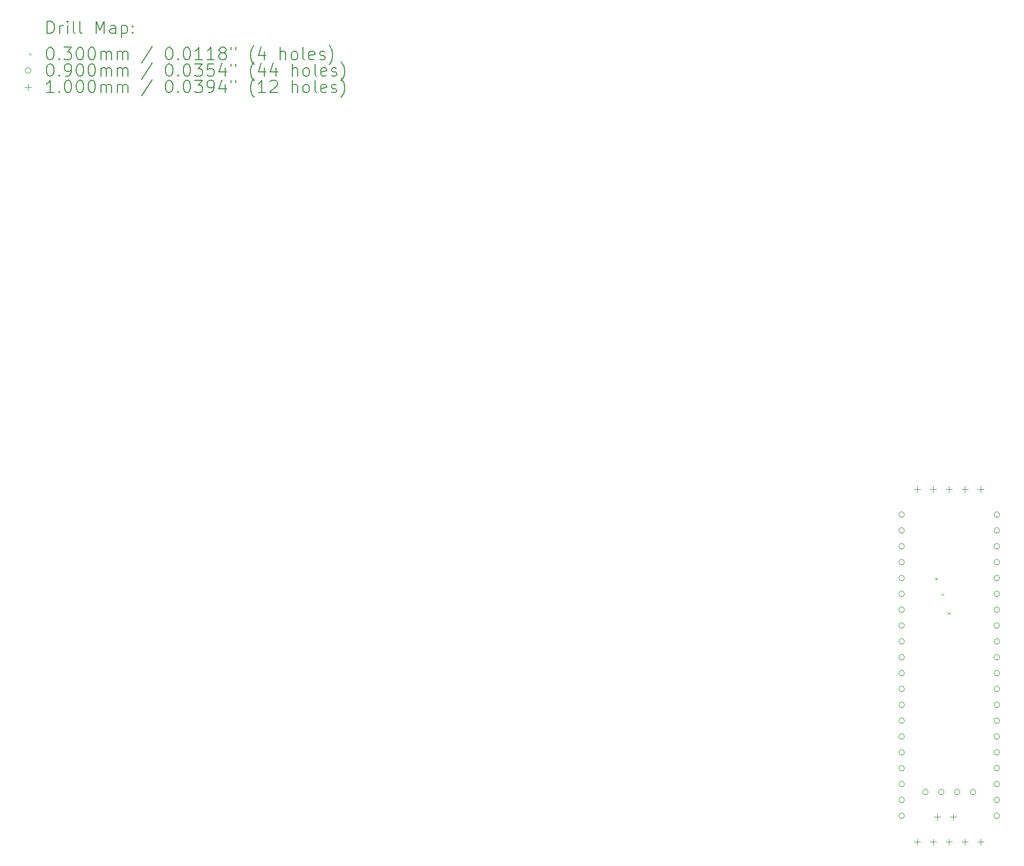
<source format=gbr>
%TF.GenerationSoftware,KiCad,Pcbnew,9.0.2*%
%TF.CreationDate,2025-07-08T19:23:34-03:00*%
%TF.ProjectId,ProlinUp,50726f6c-696e-4557-902e-6b696361645f,rev?*%
%TF.SameCoordinates,Original*%
%TF.FileFunction,Drillmap*%
%TF.FilePolarity,Positive*%
%FSLAX45Y45*%
G04 Gerber Fmt 4.5, Leading zero omitted, Abs format (unit mm)*
G04 Created by KiCad (PCBNEW 9.0.2) date 2025-07-08 19:23:34*
%MOMM*%
%LPD*%
G01*
G04 APERTURE LIST*
%ADD10C,0.200000*%
%ADD11C,0.100000*%
G04 APERTURE END LIST*
D10*
D11*
X14485000Y-9035000D02*
X14515000Y-9065000D01*
X14515000Y-9035000D02*
X14485000Y-9065000D01*
X14585000Y-9285000D02*
X14615000Y-9315000D01*
X14615000Y-9285000D02*
X14585000Y-9315000D01*
X14585000Y-9285000D02*
X14615000Y-9315000D01*
X14615000Y-9285000D02*
X14585000Y-9315000D01*
X14685000Y-9585000D02*
X14715000Y-9615000D01*
X14715000Y-9585000D02*
X14685000Y-9615000D01*
X13988750Y-8020125D02*
G75*
G02*
X13898750Y-8020125I-45000J0D01*
G01*
X13898750Y-8020125D02*
G75*
G02*
X13988750Y-8020125I45000J0D01*
G01*
X13988750Y-8274125D02*
G75*
G02*
X13898750Y-8274125I-45000J0D01*
G01*
X13898750Y-8274125D02*
G75*
G02*
X13988750Y-8274125I45000J0D01*
G01*
X13988750Y-8528125D02*
G75*
G02*
X13898750Y-8528125I-45000J0D01*
G01*
X13898750Y-8528125D02*
G75*
G02*
X13988750Y-8528125I45000J0D01*
G01*
X13988750Y-8782125D02*
G75*
G02*
X13898750Y-8782125I-45000J0D01*
G01*
X13898750Y-8782125D02*
G75*
G02*
X13988750Y-8782125I45000J0D01*
G01*
X13988750Y-9036125D02*
G75*
G02*
X13898750Y-9036125I-45000J0D01*
G01*
X13898750Y-9036125D02*
G75*
G02*
X13988750Y-9036125I45000J0D01*
G01*
X13988750Y-9290125D02*
G75*
G02*
X13898750Y-9290125I-45000J0D01*
G01*
X13898750Y-9290125D02*
G75*
G02*
X13988750Y-9290125I45000J0D01*
G01*
X13988750Y-9544125D02*
G75*
G02*
X13898750Y-9544125I-45000J0D01*
G01*
X13898750Y-9544125D02*
G75*
G02*
X13988750Y-9544125I45000J0D01*
G01*
X13988750Y-9798125D02*
G75*
G02*
X13898750Y-9798125I-45000J0D01*
G01*
X13898750Y-9798125D02*
G75*
G02*
X13988750Y-9798125I45000J0D01*
G01*
X13988750Y-10052125D02*
G75*
G02*
X13898750Y-10052125I-45000J0D01*
G01*
X13898750Y-10052125D02*
G75*
G02*
X13988750Y-10052125I45000J0D01*
G01*
X13988750Y-10306125D02*
G75*
G02*
X13898750Y-10306125I-45000J0D01*
G01*
X13898750Y-10306125D02*
G75*
G02*
X13988750Y-10306125I45000J0D01*
G01*
X13988750Y-10560125D02*
G75*
G02*
X13898750Y-10560125I-45000J0D01*
G01*
X13898750Y-10560125D02*
G75*
G02*
X13988750Y-10560125I45000J0D01*
G01*
X13988750Y-10814125D02*
G75*
G02*
X13898750Y-10814125I-45000J0D01*
G01*
X13898750Y-10814125D02*
G75*
G02*
X13988750Y-10814125I45000J0D01*
G01*
X13988750Y-11068125D02*
G75*
G02*
X13898750Y-11068125I-45000J0D01*
G01*
X13898750Y-11068125D02*
G75*
G02*
X13988750Y-11068125I45000J0D01*
G01*
X13988750Y-11322125D02*
G75*
G02*
X13898750Y-11322125I-45000J0D01*
G01*
X13898750Y-11322125D02*
G75*
G02*
X13988750Y-11322125I45000J0D01*
G01*
X13988750Y-11576125D02*
G75*
G02*
X13898750Y-11576125I-45000J0D01*
G01*
X13898750Y-11576125D02*
G75*
G02*
X13988750Y-11576125I45000J0D01*
G01*
X13988750Y-11830125D02*
G75*
G02*
X13898750Y-11830125I-45000J0D01*
G01*
X13898750Y-11830125D02*
G75*
G02*
X13988750Y-11830125I45000J0D01*
G01*
X13988750Y-12084125D02*
G75*
G02*
X13898750Y-12084125I-45000J0D01*
G01*
X13898750Y-12084125D02*
G75*
G02*
X13988750Y-12084125I45000J0D01*
G01*
X13988750Y-12338125D02*
G75*
G02*
X13898750Y-12338125I-45000J0D01*
G01*
X13898750Y-12338125D02*
G75*
G02*
X13988750Y-12338125I45000J0D01*
G01*
X13988750Y-12592125D02*
G75*
G02*
X13898750Y-12592125I-45000J0D01*
G01*
X13898750Y-12592125D02*
G75*
G02*
X13988750Y-12592125I45000J0D01*
G01*
X13988750Y-12846125D02*
G75*
G02*
X13898750Y-12846125I-45000J0D01*
G01*
X13898750Y-12846125D02*
G75*
G02*
X13988750Y-12846125I45000J0D01*
G01*
X14369750Y-12465125D02*
G75*
G02*
X14279750Y-12465125I-45000J0D01*
G01*
X14279750Y-12465125D02*
G75*
G02*
X14369750Y-12465125I45000J0D01*
G01*
X14623750Y-12465125D02*
G75*
G02*
X14533750Y-12465125I-45000J0D01*
G01*
X14533750Y-12465125D02*
G75*
G02*
X14623750Y-12465125I45000J0D01*
G01*
X14877750Y-12465125D02*
G75*
G02*
X14787750Y-12465125I-45000J0D01*
G01*
X14787750Y-12465125D02*
G75*
G02*
X14877750Y-12465125I45000J0D01*
G01*
X15131750Y-12465125D02*
G75*
G02*
X15041750Y-12465125I-45000J0D01*
G01*
X15041750Y-12465125D02*
G75*
G02*
X15131750Y-12465125I45000J0D01*
G01*
X15512750Y-8020125D02*
G75*
G02*
X15422750Y-8020125I-45000J0D01*
G01*
X15422750Y-8020125D02*
G75*
G02*
X15512750Y-8020125I45000J0D01*
G01*
X15512750Y-8274125D02*
G75*
G02*
X15422750Y-8274125I-45000J0D01*
G01*
X15422750Y-8274125D02*
G75*
G02*
X15512750Y-8274125I45000J0D01*
G01*
X15512750Y-8528125D02*
G75*
G02*
X15422750Y-8528125I-45000J0D01*
G01*
X15422750Y-8528125D02*
G75*
G02*
X15512750Y-8528125I45000J0D01*
G01*
X15512750Y-8782125D02*
G75*
G02*
X15422750Y-8782125I-45000J0D01*
G01*
X15422750Y-8782125D02*
G75*
G02*
X15512750Y-8782125I45000J0D01*
G01*
X15512750Y-9036125D02*
G75*
G02*
X15422750Y-9036125I-45000J0D01*
G01*
X15422750Y-9036125D02*
G75*
G02*
X15512750Y-9036125I45000J0D01*
G01*
X15512750Y-9290125D02*
G75*
G02*
X15422750Y-9290125I-45000J0D01*
G01*
X15422750Y-9290125D02*
G75*
G02*
X15512750Y-9290125I45000J0D01*
G01*
X15512750Y-9544125D02*
G75*
G02*
X15422750Y-9544125I-45000J0D01*
G01*
X15422750Y-9544125D02*
G75*
G02*
X15512750Y-9544125I45000J0D01*
G01*
X15512750Y-9798125D02*
G75*
G02*
X15422750Y-9798125I-45000J0D01*
G01*
X15422750Y-9798125D02*
G75*
G02*
X15512750Y-9798125I45000J0D01*
G01*
X15512750Y-10052125D02*
G75*
G02*
X15422750Y-10052125I-45000J0D01*
G01*
X15422750Y-10052125D02*
G75*
G02*
X15512750Y-10052125I45000J0D01*
G01*
X15512750Y-10306125D02*
G75*
G02*
X15422750Y-10306125I-45000J0D01*
G01*
X15422750Y-10306125D02*
G75*
G02*
X15512750Y-10306125I45000J0D01*
G01*
X15512750Y-10560125D02*
G75*
G02*
X15422750Y-10560125I-45000J0D01*
G01*
X15422750Y-10560125D02*
G75*
G02*
X15512750Y-10560125I45000J0D01*
G01*
X15512750Y-10814125D02*
G75*
G02*
X15422750Y-10814125I-45000J0D01*
G01*
X15422750Y-10814125D02*
G75*
G02*
X15512750Y-10814125I45000J0D01*
G01*
X15512750Y-11068125D02*
G75*
G02*
X15422750Y-11068125I-45000J0D01*
G01*
X15422750Y-11068125D02*
G75*
G02*
X15512750Y-11068125I45000J0D01*
G01*
X15512750Y-11322125D02*
G75*
G02*
X15422750Y-11322125I-45000J0D01*
G01*
X15422750Y-11322125D02*
G75*
G02*
X15512750Y-11322125I45000J0D01*
G01*
X15512750Y-11576125D02*
G75*
G02*
X15422750Y-11576125I-45000J0D01*
G01*
X15422750Y-11576125D02*
G75*
G02*
X15512750Y-11576125I45000J0D01*
G01*
X15512750Y-11830125D02*
G75*
G02*
X15422750Y-11830125I-45000J0D01*
G01*
X15422750Y-11830125D02*
G75*
G02*
X15512750Y-11830125I45000J0D01*
G01*
X15512750Y-12084125D02*
G75*
G02*
X15422750Y-12084125I-45000J0D01*
G01*
X15422750Y-12084125D02*
G75*
G02*
X15512750Y-12084125I45000J0D01*
G01*
X15512750Y-12338125D02*
G75*
G02*
X15422750Y-12338125I-45000J0D01*
G01*
X15422750Y-12338125D02*
G75*
G02*
X15512750Y-12338125I45000J0D01*
G01*
X15512750Y-12592125D02*
G75*
G02*
X15422750Y-12592125I-45000J0D01*
G01*
X15422750Y-12592125D02*
G75*
G02*
X15512750Y-12592125I45000J0D01*
G01*
X15512750Y-12846125D02*
G75*
G02*
X15422750Y-12846125I-45000J0D01*
G01*
X15422750Y-12846125D02*
G75*
G02*
X15512750Y-12846125I45000J0D01*
G01*
X14192250Y-7565625D02*
X14192250Y-7665625D01*
X14142250Y-7615625D02*
X14242250Y-7615625D01*
X14196250Y-13215625D02*
X14196250Y-13315625D01*
X14146250Y-13265625D02*
X14246250Y-13265625D01*
X14446250Y-7565625D02*
X14446250Y-7665625D01*
X14396250Y-7615625D02*
X14496250Y-7615625D01*
X14450250Y-13215625D02*
X14450250Y-13315625D01*
X14400250Y-13265625D02*
X14500250Y-13265625D01*
X14518750Y-12815625D02*
X14518750Y-12915625D01*
X14468750Y-12865625D02*
X14568750Y-12865625D01*
X14700250Y-7565625D02*
X14700250Y-7665625D01*
X14650250Y-7615625D02*
X14750250Y-7615625D01*
X14704250Y-13215625D02*
X14704250Y-13315625D01*
X14654250Y-13265625D02*
X14754250Y-13265625D01*
X14772750Y-12815625D02*
X14772750Y-12915625D01*
X14722750Y-12865625D02*
X14822750Y-12865625D01*
X14954250Y-7565625D02*
X14954250Y-7665625D01*
X14904250Y-7615625D02*
X15004250Y-7615625D01*
X14958250Y-13215625D02*
X14958250Y-13315625D01*
X14908250Y-13265625D02*
X15008250Y-13265625D01*
X15208250Y-7565625D02*
X15208250Y-7665625D01*
X15158250Y-7615625D02*
X15258250Y-7615625D01*
X15212250Y-13215625D02*
X15212250Y-13315625D01*
X15162250Y-13265625D02*
X15262250Y-13265625D01*
D10*
X260777Y-311484D02*
X260777Y-111484D01*
X260777Y-111484D02*
X308396Y-111484D01*
X308396Y-111484D02*
X336967Y-121008D01*
X336967Y-121008D02*
X356015Y-140055D01*
X356015Y-140055D02*
X365539Y-159103D01*
X365539Y-159103D02*
X375062Y-197198D01*
X375062Y-197198D02*
X375062Y-225769D01*
X375062Y-225769D02*
X365539Y-263865D01*
X365539Y-263865D02*
X356015Y-282912D01*
X356015Y-282912D02*
X336967Y-301960D01*
X336967Y-301960D02*
X308396Y-311484D01*
X308396Y-311484D02*
X260777Y-311484D01*
X460777Y-311484D02*
X460777Y-178150D01*
X460777Y-216246D02*
X470301Y-197198D01*
X470301Y-197198D02*
X479824Y-187674D01*
X479824Y-187674D02*
X498872Y-178150D01*
X498872Y-178150D02*
X517920Y-178150D01*
X584586Y-311484D02*
X584586Y-178150D01*
X584586Y-111484D02*
X575063Y-121008D01*
X575063Y-121008D02*
X584586Y-130531D01*
X584586Y-130531D02*
X594110Y-121008D01*
X594110Y-121008D02*
X584586Y-111484D01*
X584586Y-111484D02*
X584586Y-130531D01*
X708396Y-311484D02*
X689348Y-301960D01*
X689348Y-301960D02*
X679824Y-282912D01*
X679824Y-282912D02*
X679824Y-111484D01*
X813158Y-311484D02*
X794110Y-301960D01*
X794110Y-301960D02*
X784586Y-282912D01*
X784586Y-282912D02*
X784586Y-111484D01*
X1041729Y-311484D02*
X1041729Y-111484D01*
X1041729Y-111484D02*
X1108396Y-254341D01*
X1108396Y-254341D02*
X1175063Y-111484D01*
X1175063Y-111484D02*
X1175063Y-311484D01*
X1356015Y-311484D02*
X1356015Y-206722D01*
X1356015Y-206722D02*
X1346491Y-187674D01*
X1346491Y-187674D02*
X1327444Y-178150D01*
X1327444Y-178150D02*
X1289348Y-178150D01*
X1289348Y-178150D02*
X1270301Y-187674D01*
X1356015Y-301960D02*
X1336967Y-311484D01*
X1336967Y-311484D02*
X1289348Y-311484D01*
X1289348Y-311484D02*
X1270301Y-301960D01*
X1270301Y-301960D02*
X1260777Y-282912D01*
X1260777Y-282912D02*
X1260777Y-263865D01*
X1260777Y-263865D02*
X1270301Y-244817D01*
X1270301Y-244817D02*
X1289348Y-235293D01*
X1289348Y-235293D02*
X1336967Y-235293D01*
X1336967Y-235293D02*
X1356015Y-225769D01*
X1451253Y-178150D02*
X1451253Y-378150D01*
X1451253Y-187674D02*
X1470301Y-178150D01*
X1470301Y-178150D02*
X1508396Y-178150D01*
X1508396Y-178150D02*
X1527443Y-187674D01*
X1527443Y-187674D02*
X1536967Y-197198D01*
X1536967Y-197198D02*
X1546491Y-216246D01*
X1546491Y-216246D02*
X1546491Y-273389D01*
X1546491Y-273389D02*
X1536967Y-292436D01*
X1536967Y-292436D02*
X1527443Y-301960D01*
X1527443Y-301960D02*
X1508396Y-311484D01*
X1508396Y-311484D02*
X1470301Y-311484D01*
X1470301Y-311484D02*
X1451253Y-301960D01*
X1632205Y-292436D02*
X1641729Y-301960D01*
X1641729Y-301960D02*
X1632205Y-311484D01*
X1632205Y-311484D02*
X1622682Y-301960D01*
X1622682Y-301960D02*
X1632205Y-292436D01*
X1632205Y-292436D02*
X1632205Y-311484D01*
X1632205Y-187674D02*
X1641729Y-197198D01*
X1641729Y-197198D02*
X1632205Y-206722D01*
X1632205Y-206722D02*
X1622682Y-197198D01*
X1622682Y-197198D02*
X1632205Y-187674D01*
X1632205Y-187674D02*
X1632205Y-206722D01*
D11*
X-30000Y-625000D02*
X0Y-655000D01*
X0Y-625000D02*
X-30000Y-655000D01*
D10*
X298872Y-531484D02*
X317920Y-531484D01*
X317920Y-531484D02*
X336967Y-541008D01*
X336967Y-541008D02*
X346491Y-550531D01*
X346491Y-550531D02*
X356015Y-569579D01*
X356015Y-569579D02*
X365539Y-607674D01*
X365539Y-607674D02*
X365539Y-655293D01*
X365539Y-655293D02*
X356015Y-693389D01*
X356015Y-693389D02*
X346491Y-712436D01*
X346491Y-712436D02*
X336967Y-721960D01*
X336967Y-721960D02*
X317920Y-731484D01*
X317920Y-731484D02*
X298872Y-731484D01*
X298872Y-731484D02*
X279824Y-721960D01*
X279824Y-721960D02*
X270301Y-712436D01*
X270301Y-712436D02*
X260777Y-693389D01*
X260777Y-693389D02*
X251253Y-655293D01*
X251253Y-655293D02*
X251253Y-607674D01*
X251253Y-607674D02*
X260777Y-569579D01*
X260777Y-569579D02*
X270301Y-550531D01*
X270301Y-550531D02*
X279824Y-541008D01*
X279824Y-541008D02*
X298872Y-531484D01*
X451253Y-712436D02*
X460777Y-721960D01*
X460777Y-721960D02*
X451253Y-731484D01*
X451253Y-731484D02*
X441729Y-721960D01*
X441729Y-721960D02*
X451253Y-712436D01*
X451253Y-712436D02*
X451253Y-731484D01*
X527444Y-531484D02*
X651253Y-531484D01*
X651253Y-531484D02*
X584586Y-607674D01*
X584586Y-607674D02*
X613158Y-607674D01*
X613158Y-607674D02*
X632205Y-617198D01*
X632205Y-617198D02*
X641729Y-626722D01*
X641729Y-626722D02*
X651253Y-645770D01*
X651253Y-645770D02*
X651253Y-693389D01*
X651253Y-693389D02*
X641729Y-712436D01*
X641729Y-712436D02*
X632205Y-721960D01*
X632205Y-721960D02*
X613158Y-731484D01*
X613158Y-731484D02*
X556015Y-731484D01*
X556015Y-731484D02*
X536967Y-721960D01*
X536967Y-721960D02*
X527444Y-712436D01*
X775062Y-531484D02*
X794110Y-531484D01*
X794110Y-531484D02*
X813158Y-541008D01*
X813158Y-541008D02*
X822682Y-550531D01*
X822682Y-550531D02*
X832205Y-569579D01*
X832205Y-569579D02*
X841729Y-607674D01*
X841729Y-607674D02*
X841729Y-655293D01*
X841729Y-655293D02*
X832205Y-693389D01*
X832205Y-693389D02*
X822682Y-712436D01*
X822682Y-712436D02*
X813158Y-721960D01*
X813158Y-721960D02*
X794110Y-731484D01*
X794110Y-731484D02*
X775062Y-731484D01*
X775062Y-731484D02*
X756015Y-721960D01*
X756015Y-721960D02*
X746491Y-712436D01*
X746491Y-712436D02*
X736967Y-693389D01*
X736967Y-693389D02*
X727443Y-655293D01*
X727443Y-655293D02*
X727443Y-607674D01*
X727443Y-607674D02*
X736967Y-569579D01*
X736967Y-569579D02*
X746491Y-550531D01*
X746491Y-550531D02*
X756015Y-541008D01*
X756015Y-541008D02*
X775062Y-531484D01*
X965539Y-531484D02*
X984586Y-531484D01*
X984586Y-531484D02*
X1003634Y-541008D01*
X1003634Y-541008D02*
X1013158Y-550531D01*
X1013158Y-550531D02*
X1022682Y-569579D01*
X1022682Y-569579D02*
X1032205Y-607674D01*
X1032205Y-607674D02*
X1032205Y-655293D01*
X1032205Y-655293D02*
X1022682Y-693389D01*
X1022682Y-693389D02*
X1013158Y-712436D01*
X1013158Y-712436D02*
X1003634Y-721960D01*
X1003634Y-721960D02*
X984586Y-731484D01*
X984586Y-731484D02*
X965539Y-731484D01*
X965539Y-731484D02*
X946491Y-721960D01*
X946491Y-721960D02*
X936967Y-712436D01*
X936967Y-712436D02*
X927443Y-693389D01*
X927443Y-693389D02*
X917920Y-655293D01*
X917920Y-655293D02*
X917920Y-607674D01*
X917920Y-607674D02*
X927443Y-569579D01*
X927443Y-569579D02*
X936967Y-550531D01*
X936967Y-550531D02*
X946491Y-541008D01*
X946491Y-541008D02*
X965539Y-531484D01*
X1117920Y-731484D02*
X1117920Y-598150D01*
X1117920Y-617198D02*
X1127444Y-607674D01*
X1127444Y-607674D02*
X1146491Y-598150D01*
X1146491Y-598150D02*
X1175063Y-598150D01*
X1175063Y-598150D02*
X1194110Y-607674D01*
X1194110Y-607674D02*
X1203634Y-626722D01*
X1203634Y-626722D02*
X1203634Y-731484D01*
X1203634Y-626722D02*
X1213158Y-607674D01*
X1213158Y-607674D02*
X1232205Y-598150D01*
X1232205Y-598150D02*
X1260777Y-598150D01*
X1260777Y-598150D02*
X1279825Y-607674D01*
X1279825Y-607674D02*
X1289348Y-626722D01*
X1289348Y-626722D02*
X1289348Y-731484D01*
X1384586Y-731484D02*
X1384586Y-598150D01*
X1384586Y-617198D02*
X1394110Y-607674D01*
X1394110Y-607674D02*
X1413158Y-598150D01*
X1413158Y-598150D02*
X1441729Y-598150D01*
X1441729Y-598150D02*
X1460777Y-607674D01*
X1460777Y-607674D02*
X1470301Y-626722D01*
X1470301Y-626722D02*
X1470301Y-731484D01*
X1470301Y-626722D02*
X1479824Y-607674D01*
X1479824Y-607674D02*
X1498872Y-598150D01*
X1498872Y-598150D02*
X1527443Y-598150D01*
X1527443Y-598150D02*
X1546491Y-607674D01*
X1546491Y-607674D02*
X1556015Y-626722D01*
X1556015Y-626722D02*
X1556015Y-731484D01*
X1946491Y-521960D02*
X1775063Y-779103D01*
X2203634Y-531484D02*
X2222682Y-531484D01*
X2222682Y-531484D02*
X2241729Y-541008D01*
X2241729Y-541008D02*
X2251253Y-550531D01*
X2251253Y-550531D02*
X2260777Y-569579D01*
X2260777Y-569579D02*
X2270301Y-607674D01*
X2270301Y-607674D02*
X2270301Y-655293D01*
X2270301Y-655293D02*
X2260777Y-693389D01*
X2260777Y-693389D02*
X2251253Y-712436D01*
X2251253Y-712436D02*
X2241729Y-721960D01*
X2241729Y-721960D02*
X2222682Y-731484D01*
X2222682Y-731484D02*
X2203634Y-731484D01*
X2203634Y-731484D02*
X2184587Y-721960D01*
X2184587Y-721960D02*
X2175063Y-712436D01*
X2175063Y-712436D02*
X2165539Y-693389D01*
X2165539Y-693389D02*
X2156015Y-655293D01*
X2156015Y-655293D02*
X2156015Y-607674D01*
X2156015Y-607674D02*
X2165539Y-569579D01*
X2165539Y-569579D02*
X2175063Y-550531D01*
X2175063Y-550531D02*
X2184587Y-541008D01*
X2184587Y-541008D02*
X2203634Y-531484D01*
X2356015Y-712436D02*
X2365539Y-721960D01*
X2365539Y-721960D02*
X2356015Y-731484D01*
X2356015Y-731484D02*
X2346491Y-721960D01*
X2346491Y-721960D02*
X2356015Y-712436D01*
X2356015Y-712436D02*
X2356015Y-731484D01*
X2489348Y-531484D02*
X2508396Y-531484D01*
X2508396Y-531484D02*
X2527444Y-541008D01*
X2527444Y-541008D02*
X2536968Y-550531D01*
X2536968Y-550531D02*
X2546491Y-569579D01*
X2546491Y-569579D02*
X2556015Y-607674D01*
X2556015Y-607674D02*
X2556015Y-655293D01*
X2556015Y-655293D02*
X2546491Y-693389D01*
X2546491Y-693389D02*
X2536968Y-712436D01*
X2536968Y-712436D02*
X2527444Y-721960D01*
X2527444Y-721960D02*
X2508396Y-731484D01*
X2508396Y-731484D02*
X2489348Y-731484D01*
X2489348Y-731484D02*
X2470301Y-721960D01*
X2470301Y-721960D02*
X2460777Y-712436D01*
X2460777Y-712436D02*
X2451253Y-693389D01*
X2451253Y-693389D02*
X2441729Y-655293D01*
X2441729Y-655293D02*
X2441729Y-607674D01*
X2441729Y-607674D02*
X2451253Y-569579D01*
X2451253Y-569579D02*
X2460777Y-550531D01*
X2460777Y-550531D02*
X2470301Y-541008D01*
X2470301Y-541008D02*
X2489348Y-531484D01*
X2746491Y-731484D02*
X2632206Y-731484D01*
X2689348Y-731484D02*
X2689348Y-531484D01*
X2689348Y-531484D02*
X2670301Y-560055D01*
X2670301Y-560055D02*
X2651253Y-579103D01*
X2651253Y-579103D02*
X2632206Y-588627D01*
X2936967Y-731484D02*
X2822682Y-731484D01*
X2879825Y-731484D02*
X2879825Y-531484D01*
X2879825Y-531484D02*
X2860777Y-560055D01*
X2860777Y-560055D02*
X2841729Y-579103D01*
X2841729Y-579103D02*
X2822682Y-588627D01*
X3051253Y-617198D02*
X3032206Y-607674D01*
X3032206Y-607674D02*
X3022682Y-598150D01*
X3022682Y-598150D02*
X3013158Y-579103D01*
X3013158Y-579103D02*
X3013158Y-569579D01*
X3013158Y-569579D02*
X3022682Y-550531D01*
X3022682Y-550531D02*
X3032206Y-541008D01*
X3032206Y-541008D02*
X3051253Y-531484D01*
X3051253Y-531484D02*
X3089348Y-531484D01*
X3089348Y-531484D02*
X3108396Y-541008D01*
X3108396Y-541008D02*
X3117920Y-550531D01*
X3117920Y-550531D02*
X3127444Y-569579D01*
X3127444Y-569579D02*
X3127444Y-579103D01*
X3127444Y-579103D02*
X3117920Y-598150D01*
X3117920Y-598150D02*
X3108396Y-607674D01*
X3108396Y-607674D02*
X3089348Y-617198D01*
X3089348Y-617198D02*
X3051253Y-617198D01*
X3051253Y-617198D02*
X3032206Y-626722D01*
X3032206Y-626722D02*
X3022682Y-636246D01*
X3022682Y-636246D02*
X3013158Y-655293D01*
X3013158Y-655293D02*
X3013158Y-693389D01*
X3013158Y-693389D02*
X3022682Y-712436D01*
X3022682Y-712436D02*
X3032206Y-721960D01*
X3032206Y-721960D02*
X3051253Y-731484D01*
X3051253Y-731484D02*
X3089348Y-731484D01*
X3089348Y-731484D02*
X3108396Y-721960D01*
X3108396Y-721960D02*
X3117920Y-712436D01*
X3117920Y-712436D02*
X3127444Y-693389D01*
X3127444Y-693389D02*
X3127444Y-655293D01*
X3127444Y-655293D02*
X3117920Y-636246D01*
X3117920Y-636246D02*
X3108396Y-626722D01*
X3108396Y-626722D02*
X3089348Y-617198D01*
X3203634Y-531484D02*
X3203634Y-569579D01*
X3279825Y-531484D02*
X3279825Y-569579D01*
X3575063Y-807674D02*
X3565539Y-798150D01*
X3565539Y-798150D02*
X3546491Y-769579D01*
X3546491Y-769579D02*
X3536968Y-750531D01*
X3536968Y-750531D02*
X3527444Y-721960D01*
X3527444Y-721960D02*
X3517920Y-674341D01*
X3517920Y-674341D02*
X3517920Y-636246D01*
X3517920Y-636246D02*
X3527444Y-588627D01*
X3527444Y-588627D02*
X3536968Y-560055D01*
X3536968Y-560055D02*
X3546491Y-541008D01*
X3546491Y-541008D02*
X3565539Y-512436D01*
X3565539Y-512436D02*
X3575063Y-502912D01*
X3736968Y-598150D02*
X3736968Y-731484D01*
X3689348Y-521960D02*
X3641729Y-664817D01*
X3641729Y-664817D02*
X3765539Y-664817D01*
X3994110Y-731484D02*
X3994110Y-531484D01*
X4079825Y-731484D02*
X4079825Y-626722D01*
X4079825Y-626722D02*
X4070301Y-607674D01*
X4070301Y-607674D02*
X4051253Y-598150D01*
X4051253Y-598150D02*
X4022682Y-598150D01*
X4022682Y-598150D02*
X4003634Y-607674D01*
X4003634Y-607674D02*
X3994110Y-617198D01*
X4203634Y-731484D02*
X4184587Y-721960D01*
X4184587Y-721960D02*
X4175063Y-712436D01*
X4175063Y-712436D02*
X4165539Y-693389D01*
X4165539Y-693389D02*
X4165539Y-636246D01*
X4165539Y-636246D02*
X4175063Y-617198D01*
X4175063Y-617198D02*
X4184587Y-607674D01*
X4184587Y-607674D02*
X4203634Y-598150D01*
X4203634Y-598150D02*
X4232206Y-598150D01*
X4232206Y-598150D02*
X4251253Y-607674D01*
X4251253Y-607674D02*
X4260777Y-617198D01*
X4260777Y-617198D02*
X4270301Y-636246D01*
X4270301Y-636246D02*
X4270301Y-693389D01*
X4270301Y-693389D02*
X4260777Y-712436D01*
X4260777Y-712436D02*
X4251253Y-721960D01*
X4251253Y-721960D02*
X4232206Y-731484D01*
X4232206Y-731484D02*
X4203634Y-731484D01*
X4384587Y-731484D02*
X4365539Y-721960D01*
X4365539Y-721960D02*
X4356015Y-702912D01*
X4356015Y-702912D02*
X4356015Y-531484D01*
X4536968Y-721960D02*
X4517920Y-731484D01*
X4517920Y-731484D02*
X4479825Y-731484D01*
X4479825Y-731484D02*
X4460777Y-721960D01*
X4460777Y-721960D02*
X4451253Y-702912D01*
X4451253Y-702912D02*
X4451253Y-626722D01*
X4451253Y-626722D02*
X4460777Y-607674D01*
X4460777Y-607674D02*
X4479825Y-598150D01*
X4479825Y-598150D02*
X4517920Y-598150D01*
X4517920Y-598150D02*
X4536968Y-607674D01*
X4536968Y-607674D02*
X4546492Y-626722D01*
X4546492Y-626722D02*
X4546492Y-645770D01*
X4546492Y-645770D02*
X4451253Y-664817D01*
X4622682Y-721960D02*
X4641730Y-731484D01*
X4641730Y-731484D02*
X4679825Y-731484D01*
X4679825Y-731484D02*
X4698873Y-721960D01*
X4698873Y-721960D02*
X4708396Y-702912D01*
X4708396Y-702912D02*
X4708396Y-693389D01*
X4708396Y-693389D02*
X4698873Y-674341D01*
X4698873Y-674341D02*
X4679825Y-664817D01*
X4679825Y-664817D02*
X4651253Y-664817D01*
X4651253Y-664817D02*
X4632206Y-655293D01*
X4632206Y-655293D02*
X4622682Y-636246D01*
X4622682Y-636246D02*
X4622682Y-626722D01*
X4622682Y-626722D02*
X4632206Y-607674D01*
X4632206Y-607674D02*
X4651253Y-598150D01*
X4651253Y-598150D02*
X4679825Y-598150D01*
X4679825Y-598150D02*
X4698873Y-607674D01*
X4775063Y-807674D02*
X4784587Y-798150D01*
X4784587Y-798150D02*
X4803634Y-769579D01*
X4803634Y-769579D02*
X4813158Y-750531D01*
X4813158Y-750531D02*
X4822682Y-721960D01*
X4822682Y-721960D02*
X4832206Y-674341D01*
X4832206Y-674341D02*
X4832206Y-636246D01*
X4832206Y-636246D02*
X4822682Y-588627D01*
X4822682Y-588627D02*
X4813158Y-560055D01*
X4813158Y-560055D02*
X4803634Y-541008D01*
X4803634Y-541008D02*
X4784587Y-512436D01*
X4784587Y-512436D02*
X4775063Y-502912D01*
D11*
X0Y-904000D02*
G75*
G02*
X-90000Y-904000I-45000J0D01*
G01*
X-90000Y-904000D02*
G75*
G02*
X0Y-904000I45000J0D01*
G01*
D10*
X298872Y-795484D02*
X317920Y-795484D01*
X317920Y-795484D02*
X336967Y-805008D01*
X336967Y-805008D02*
X346491Y-814531D01*
X346491Y-814531D02*
X356015Y-833579D01*
X356015Y-833579D02*
X365539Y-871674D01*
X365539Y-871674D02*
X365539Y-919293D01*
X365539Y-919293D02*
X356015Y-957388D01*
X356015Y-957388D02*
X346491Y-976436D01*
X346491Y-976436D02*
X336967Y-985960D01*
X336967Y-985960D02*
X317920Y-995484D01*
X317920Y-995484D02*
X298872Y-995484D01*
X298872Y-995484D02*
X279824Y-985960D01*
X279824Y-985960D02*
X270301Y-976436D01*
X270301Y-976436D02*
X260777Y-957388D01*
X260777Y-957388D02*
X251253Y-919293D01*
X251253Y-919293D02*
X251253Y-871674D01*
X251253Y-871674D02*
X260777Y-833579D01*
X260777Y-833579D02*
X270301Y-814531D01*
X270301Y-814531D02*
X279824Y-805008D01*
X279824Y-805008D02*
X298872Y-795484D01*
X451253Y-976436D02*
X460777Y-985960D01*
X460777Y-985960D02*
X451253Y-995484D01*
X451253Y-995484D02*
X441729Y-985960D01*
X441729Y-985960D02*
X451253Y-976436D01*
X451253Y-976436D02*
X451253Y-995484D01*
X556015Y-995484D02*
X594110Y-995484D01*
X594110Y-995484D02*
X613158Y-985960D01*
X613158Y-985960D02*
X622682Y-976436D01*
X622682Y-976436D02*
X641729Y-947865D01*
X641729Y-947865D02*
X651253Y-909769D01*
X651253Y-909769D02*
X651253Y-833579D01*
X651253Y-833579D02*
X641729Y-814531D01*
X641729Y-814531D02*
X632205Y-805008D01*
X632205Y-805008D02*
X613158Y-795484D01*
X613158Y-795484D02*
X575063Y-795484D01*
X575063Y-795484D02*
X556015Y-805008D01*
X556015Y-805008D02*
X546491Y-814531D01*
X546491Y-814531D02*
X536967Y-833579D01*
X536967Y-833579D02*
X536967Y-881198D01*
X536967Y-881198D02*
X546491Y-900246D01*
X546491Y-900246D02*
X556015Y-909769D01*
X556015Y-909769D02*
X575063Y-919293D01*
X575063Y-919293D02*
X613158Y-919293D01*
X613158Y-919293D02*
X632205Y-909769D01*
X632205Y-909769D02*
X641729Y-900246D01*
X641729Y-900246D02*
X651253Y-881198D01*
X775062Y-795484D02*
X794110Y-795484D01*
X794110Y-795484D02*
X813158Y-805008D01*
X813158Y-805008D02*
X822682Y-814531D01*
X822682Y-814531D02*
X832205Y-833579D01*
X832205Y-833579D02*
X841729Y-871674D01*
X841729Y-871674D02*
X841729Y-919293D01*
X841729Y-919293D02*
X832205Y-957388D01*
X832205Y-957388D02*
X822682Y-976436D01*
X822682Y-976436D02*
X813158Y-985960D01*
X813158Y-985960D02*
X794110Y-995484D01*
X794110Y-995484D02*
X775062Y-995484D01*
X775062Y-995484D02*
X756015Y-985960D01*
X756015Y-985960D02*
X746491Y-976436D01*
X746491Y-976436D02*
X736967Y-957388D01*
X736967Y-957388D02*
X727443Y-919293D01*
X727443Y-919293D02*
X727443Y-871674D01*
X727443Y-871674D02*
X736967Y-833579D01*
X736967Y-833579D02*
X746491Y-814531D01*
X746491Y-814531D02*
X756015Y-805008D01*
X756015Y-805008D02*
X775062Y-795484D01*
X965539Y-795484D02*
X984586Y-795484D01*
X984586Y-795484D02*
X1003634Y-805008D01*
X1003634Y-805008D02*
X1013158Y-814531D01*
X1013158Y-814531D02*
X1022682Y-833579D01*
X1022682Y-833579D02*
X1032205Y-871674D01*
X1032205Y-871674D02*
X1032205Y-919293D01*
X1032205Y-919293D02*
X1022682Y-957388D01*
X1022682Y-957388D02*
X1013158Y-976436D01*
X1013158Y-976436D02*
X1003634Y-985960D01*
X1003634Y-985960D02*
X984586Y-995484D01*
X984586Y-995484D02*
X965539Y-995484D01*
X965539Y-995484D02*
X946491Y-985960D01*
X946491Y-985960D02*
X936967Y-976436D01*
X936967Y-976436D02*
X927443Y-957388D01*
X927443Y-957388D02*
X917920Y-919293D01*
X917920Y-919293D02*
X917920Y-871674D01*
X917920Y-871674D02*
X927443Y-833579D01*
X927443Y-833579D02*
X936967Y-814531D01*
X936967Y-814531D02*
X946491Y-805008D01*
X946491Y-805008D02*
X965539Y-795484D01*
X1117920Y-995484D02*
X1117920Y-862150D01*
X1117920Y-881198D02*
X1127444Y-871674D01*
X1127444Y-871674D02*
X1146491Y-862150D01*
X1146491Y-862150D02*
X1175063Y-862150D01*
X1175063Y-862150D02*
X1194110Y-871674D01*
X1194110Y-871674D02*
X1203634Y-890722D01*
X1203634Y-890722D02*
X1203634Y-995484D01*
X1203634Y-890722D02*
X1213158Y-871674D01*
X1213158Y-871674D02*
X1232205Y-862150D01*
X1232205Y-862150D02*
X1260777Y-862150D01*
X1260777Y-862150D02*
X1279825Y-871674D01*
X1279825Y-871674D02*
X1289348Y-890722D01*
X1289348Y-890722D02*
X1289348Y-995484D01*
X1384586Y-995484D02*
X1384586Y-862150D01*
X1384586Y-881198D02*
X1394110Y-871674D01*
X1394110Y-871674D02*
X1413158Y-862150D01*
X1413158Y-862150D02*
X1441729Y-862150D01*
X1441729Y-862150D02*
X1460777Y-871674D01*
X1460777Y-871674D02*
X1470301Y-890722D01*
X1470301Y-890722D02*
X1470301Y-995484D01*
X1470301Y-890722D02*
X1479824Y-871674D01*
X1479824Y-871674D02*
X1498872Y-862150D01*
X1498872Y-862150D02*
X1527443Y-862150D01*
X1527443Y-862150D02*
X1546491Y-871674D01*
X1546491Y-871674D02*
X1556015Y-890722D01*
X1556015Y-890722D02*
X1556015Y-995484D01*
X1946491Y-785960D02*
X1775063Y-1043103D01*
X2203634Y-795484D02*
X2222682Y-795484D01*
X2222682Y-795484D02*
X2241729Y-805008D01*
X2241729Y-805008D02*
X2251253Y-814531D01*
X2251253Y-814531D02*
X2260777Y-833579D01*
X2260777Y-833579D02*
X2270301Y-871674D01*
X2270301Y-871674D02*
X2270301Y-919293D01*
X2270301Y-919293D02*
X2260777Y-957388D01*
X2260777Y-957388D02*
X2251253Y-976436D01*
X2251253Y-976436D02*
X2241729Y-985960D01*
X2241729Y-985960D02*
X2222682Y-995484D01*
X2222682Y-995484D02*
X2203634Y-995484D01*
X2203634Y-995484D02*
X2184587Y-985960D01*
X2184587Y-985960D02*
X2175063Y-976436D01*
X2175063Y-976436D02*
X2165539Y-957388D01*
X2165539Y-957388D02*
X2156015Y-919293D01*
X2156015Y-919293D02*
X2156015Y-871674D01*
X2156015Y-871674D02*
X2165539Y-833579D01*
X2165539Y-833579D02*
X2175063Y-814531D01*
X2175063Y-814531D02*
X2184587Y-805008D01*
X2184587Y-805008D02*
X2203634Y-795484D01*
X2356015Y-976436D02*
X2365539Y-985960D01*
X2365539Y-985960D02*
X2356015Y-995484D01*
X2356015Y-995484D02*
X2346491Y-985960D01*
X2346491Y-985960D02*
X2356015Y-976436D01*
X2356015Y-976436D02*
X2356015Y-995484D01*
X2489348Y-795484D02*
X2508396Y-795484D01*
X2508396Y-795484D02*
X2527444Y-805008D01*
X2527444Y-805008D02*
X2536968Y-814531D01*
X2536968Y-814531D02*
X2546491Y-833579D01*
X2546491Y-833579D02*
X2556015Y-871674D01*
X2556015Y-871674D02*
X2556015Y-919293D01*
X2556015Y-919293D02*
X2546491Y-957388D01*
X2546491Y-957388D02*
X2536968Y-976436D01*
X2536968Y-976436D02*
X2527444Y-985960D01*
X2527444Y-985960D02*
X2508396Y-995484D01*
X2508396Y-995484D02*
X2489348Y-995484D01*
X2489348Y-995484D02*
X2470301Y-985960D01*
X2470301Y-985960D02*
X2460777Y-976436D01*
X2460777Y-976436D02*
X2451253Y-957388D01*
X2451253Y-957388D02*
X2441729Y-919293D01*
X2441729Y-919293D02*
X2441729Y-871674D01*
X2441729Y-871674D02*
X2451253Y-833579D01*
X2451253Y-833579D02*
X2460777Y-814531D01*
X2460777Y-814531D02*
X2470301Y-805008D01*
X2470301Y-805008D02*
X2489348Y-795484D01*
X2622682Y-795484D02*
X2746491Y-795484D01*
X2746491Y-795484D02*
X2679825Y-871674D01*
X2679825Y-871674D02*
X2708396Y-871674D01*
X2708396Y-871674D02*
X2727444Y-881198D01*
X2727444Y-881198D02*
X2736968Y-890722D01*
X2736968Y-890722D02*
X2746491Y-909769D01*
X2746491Y-909769D02*
X2746491Y-957388D01*
X2746491Y-957388D02*
X2736968Y-976436D01*
X2736968Y-976436D02*
X2727444Y-985960D01*
X2727444Y-985960D02*
X2708396Y-995484D01*
X2708396Y-995484D02*
X2651253Y-995484D01*
X2651253Y-995484D02*
X2632206Y-985960D01*
X2632206Y-985960D02*
X2622682Y-976436D01*
X2927444Y-795484D02*
X2832206Y-795484D01*
X2832206Y-795484D02*
X2822682Y-890722D01*
X2822682Y-890722D02*
X2832206Y-881198D01*
X2832206Y-881198D02*
X2851253Y-871674D01*
X2851253Y-871674D02*
X2898872Y-871674D01*
X2898872Y-871674D02*
X2917920Y-881198D01*
X2917920Y-881198D02*
X2927444Y-890722D01*
X2927444Y-890722D02*
X2936967Y-909769D01*
X2936967Y-909769D02*
X2936967Y-957388D01*
X2936967Y-957388D02*
X2927444Y-976436D01*
X2927444Y-976436D02*
X2917920Y-985960D01*
X2917920Y-985960D02*
X2898872Y-995484D01*
X2898872Y-995484D02*
X2851253Y-995484D01*
X2851253Y-995484D02*
X2832206Y-985960D01*
X2832206Y-985960D02*
X2822682Y-976436D01*
X3108396Y-862150D02*
X3108396Y-995484D01*
X3060777Y-785960D02*
X3013158Y-928817D01*
X3013158Y-928817D02*
X3136967Y-928817D01*
X3203634Y-795484D02*
X3203634Y-833579D01*
X3279825Y-795484D02*
X3279825Y-833579D01*
X3575063Y-1071674D02*
X3565539Y-1062150D01*
X3565539Y-1062150D02*
X3546491Y-1033579D01*
X3546491Y-1033579D02*
X3536968Y-1014531D01*
X3536968Y-1014531D02*
X3527444Y-985960D01*
X3527444Y-985960D02*
X3517920Y-938341D01*
X3517920Y-938341D02*
X3517920Y-900246D01*
X3517920Y-900246D02*
X3527444Y-852627D01*
X3527444Y-852627D02*
X3536968Y-824055D01*
X3536968Y-824055D02*
X3546491Y-805008D01*
X3546491Y-805008D02*
X3565539Y-776436D01*
X3565539Y-776436D02*
X3575063Y-766912D01*
X3736968Y-862150D02*
X3736968Y-995484D01*
X3689348Y-785960D02*
X3641729Y-928817D01*
X3641729Y-928817D02*
X3765539Y-928817D01*
X3927444Y-862150D02*
X3927444Y-995484D01*
X3879825Y-785960D02*
X3832206Y-928817D01*
X3832206Y-928817D02*
X3956015Y-928817D01*
X4184587Y-995484D02*
X4184587Y-795484D01*
X4270301Y-995484D02*
X4270301Y-890722D01*
X4270301Y-890722D02*
X4260777Y-871674D01*
X4260777Y-871674D02*
X4241730Y-862150D01*
X4241730Y-862150D02*
X4213158Y-862150D01*
X4213158Y-862150D02*
X4194110Y-871674D01*
X4194110Y-871674D02*
X4184587Y-881198D01*
X4394111Y-995484D02*
X4375063Y-985960D01*
X4375063Y-985960D02*
X4365539Y-976436D01*
X4365539Y-976436D02*
X4356015Y-957388D01*
X4356015Y-957388D02*
X4356015Y-900246D01*
X4356015Y-900246D02*
X4365539Y-881198D01*
X4365539Y-881198D02*
X4375063Y-871674D01*
X4375063Y-871674D02*
X4394111Y-862150D01*
X4394111Y-862150D02*
X4422682Y-862150D01*
X4422682Y-862150D02*
X4441730Y-871674D01*
X4441730Y-871674D02*
X4451253Y-881198D01*
X4451253Y-881198D02*
X4460777Y-900246D01*
X4460777Y-900246D02*
X4460777Y-957388D01*
X4460777Y-957388D02*
X4451253Y-976436D01*
X4451253Y-976436D02*
X4441730Y-985960D01*
X4441730Y-985960D02*
X4422682Y-995484D01*
X4422682Y-995484D02*
X4394111Y-995484D01*
X4575063Y-995484D02*
X4556015Y-985960D01*
X4556015Y-985960D02*
X4546492Y-966912D01*
X4546492Y-966912D02*
X4546492Y-795484D01*
X4727444Y-985960D02*
X4708396Y-995484D01*
X4708396Y-995484D02*
X4670301Y-995484D01*
X4670301Y-995484D02*
X4651253Y-985960D01*
X4651253Y-985960D02*
X4641730Y-966912D01*
X4641730Y-966912D02*
X4641730Y-890722D01*
X4641730Y-890722D02*
X4651253Y-871674D01*
X4651253Y-871674D02*
X4670301Y-862150D01*
X4670301Y-862150D02*
X4708396Y-862150D01*
X4708396Y-862150D02*
X4727444Y-871674D01*
X4727444Y-871674D02*
X4736968Y-890722D01*
X4736968Y-890722D02*
X4736968Y-909769D01*
X4736968Y-909769D02*
X4641730Y-928817D01*
X4813158Y-985960D02*
X4832206Y-995484D01*
X4832206Y-995484D02*
X4870301Y-995484D01*
X4870301Y-995484D02*
X4889349Y-985960D01*
X4889349Y-985960D02*
X4898873Y-966912D01*
X4898873Y-966912D02*
X4898873Y-957388D01*
X4898873Y-957388D02*
X4889349Y-938341D01*
X4889349Y-938341D02*
X4870301Y-928817D01*
X4870301Y-928817D02*
X4841730Y-928817D01*
X4841730Y-928817D02*
X4822682Y-919293D01*
X4822682Y-919293D02*
X4813158Y-900246D01*
X4813158Y-900246D02*
X4813158Y-890722D01*
X4813158Y-890722D02*
X4822682Y-871674D01*
X4822682Y-871674D02*
X4841730Y-862150D01*
X4841730Y-862150D02*
X4870301Y-862150D01*
X4870301Y-862150D02*
X4889349Y-871674D01*
X4965539Y-1071674D02*
X4975063Y-1062150D01*
X4975063Y-1062150D02*
X4994111Y-1033579D01*
X4994111Y-1033579D02*
X5003634Y-1014531D01*
X5003634Y-1014531D02*
X5013158Y-985960D01*
X5013158Y-985960D02*
X5022682Y-938341D01*
X5022682Y-938341D02*
X5022682Y-900246D01*
X5022682Y-900246D02*
X5013158Y-852627D01*
X5013158Y-852627D02*
X5003634Y-824055D01*
X5003634Y-824055D02*
X4994111Y-805008D01*
X4994111Y-805008D02*
X4975063Y-776436D01*
X4975063Y-776436D02*
X4965539Y-766912D01*
D11*
X-50000Y-1118000D02*
X-50000Y-1218000D01*
X-100000Y-1168000D02*
X0Y-1168000D01*
D10*
X365539Y-1259484D02*
X251253Y-1259484D01*
X308396Y-1259484D02*
X308396Y-1059484D01*
X308396Y-1059484D02*
X289348Y-1088055D01*
X289348Y-1088055D02*
X270301Y-1107103D01*
X270301Y-1107103D02*
X251253Y-1116627D01*
X451253Y-1240436D02*
X460777Y-1249960D01*
X460777Y-1249960D02*
X451253Y-1259484D01*
X451253Y-1259484D02*
X441729Y-1249960D01*
X441729Y-1249960D02*
X451253Y-1240436D01*
X451253Y-1240436D02*
X451253Y-1259484D01*
X584586Y-1059484D02*
X603634Y-1059484D01*
X603634Y-1059484D02*
X622682Y-1069008D01*
X622682Y-1069008D02*
X632205Y-1078531D01*
X632205Y-1078531D02*
X641729Y-1097579D01*
X641729Y-1097579D02*
X651253Y-1135674D01*
X651253Y-1135674D02*
X651253Y-1183293D01*
X651253Y-1183293D02*
X641729Y-1221389D01*
X641729Y-1221389D02*
X632205Y-1240436D01*
X632205Y-1240436D02*
X622682Y-1249960D01*
X622682Y-1249960D02*
X603634Y-1259484D01*
X603634Y-1259484D02*
X584586Y-1259484D01*
X584586Y-1259484D02*
X565539Y-1249960D01*
X565539Y-1249960D02*
X556015Y-1240436D01*
X556015Y-1240436D02*
X546491Y-1221389D01*
X546491Y-1221389D02*
X536967Y-1183293D01*
X536967Y-1183293D02*
X536967Y-1135674D01*
X536967Y-1135674D02*
X546491Y-1097579D01*
X546491Y-1097579D02*
X556015Y-1078531D01*
X556015Y-1078531D02*
X565539Y-1069008D01*
X565539Y-1069008D02*
X584586Y-1059484D01*
X775062Y-1059484D02*
X794110Y-1059484D01*
X794110Y-1059484D02*
X813158Y-1069008D01*
X813158Y-1069008D02*
X822682Y-1078531D01*
X822682Y-1078531D02*
X832205Y-1097579D01*
X832205Y-1097579D02*
X841729Y-1135674D01*
X841729Y-1135674D02*
X841729Y-1183293D01*
X841729Y-1183293D02*
X832205Y-1221389D01*
X832205Y-1221389D02*
X822682Y-1240436D01*
X822682Y-1240436D02*
X813158Y-1249960D01*
X813158Y-1249960D02*
X794110Y-1259484D01*
X794110Y-1259484D02*
X775062Y-1259484D01*
X775062Y-1259484D02*
X756015Y-1249960D01*
X756015Y-1249960D02*
X746491Y-1240436D01*
X746491Y-1240436D02*
X736967Y-1221389D01*
X736967Y-1221389D02*
X727443Y-1183293D01*
X727443Y-1183293D02*
X727443Y-1135674D01*
X727443Y-1135674D02*
X736967Y-1097579D01*
X736967Y-1097579D02*
X746491Y-1078531D01*
X746491Y-1078531D02*
X756015Y-1069008D01*
X756015Y-1069008D02*
X775062Y-1059484D01*
X965539Y-1059484D02*
X984586Y-1059484D01*
X984586Y-1059484D02*
X1003634Y-1069008D01*
X1003634Y-1069008D02*
X1013158Y-1078531D01*
X1013158Y-1078531D02*
X1022682Y-1097579D01*
X1022682Y-1097579D02*
X1032205Y-1135674D01*
X1032205Y-1135674D02*
X1032205Y-1183293D01*
X1032205Y-1183293D02*
X1022682Y-1221389D01*
X1022682Y-1221389D02*
X1013158Y-1240436D01*
X1013158Y-1240436D02*
X1003634Y-1249960D01*
X1003634Y-1249960D02*
X984586Y-1259484D01*
X984586Y-1259484D02*
X965539Y-1259484D01*
X965539Y-1259484D02*
X946491Y-1249960D01*
X946491Y-1249960D02*
X936967Y-1240436D01*
X936967Y-1240436D02*
X927443Y-1221389D01*
X927443Y-1221389D02*
X917920Y-1183293D01*
X917920Y-1183293D02*
X917920Y-1135674D01*
X917920Y-1135674D02*
X927443Y-1097579D01*
X927443Y-1097579D02*
X936967Y-1078531D01*
X936967Y-1078531D02*
X946491Y-1069008D01*
X946491Y-1069008D02*
X965539Y-1059484D01*
X1117920Y-1259484D02*
X1117920Y-1126150D01*
X1117920Y-1145198D02*
X1127444Y-1135674D01*
X1127444Y-1135674D02*
X1146491Y-1126150D01*
X1146491Y-1126150D02*
X1175063Y-1126150D01*
X1175063Y-1126150D02*
X1194110Y-1135674D01*
X1194110Y-1135674D02*
X1203634Y-1154722D01*
X1203634Y-1154722D02*
X1203634Y-1259484D01*
X1203634Y-1154722D02*
X1213158Y-1135674D01*
X1213158Y-1135674D02*
X1232205Y-1126150D01*
X1232205Y-1126150D02*
X1260777Y-1126150D01*
X1260777Y-1126150D02*
X1279825Y-1135674D01*
X1279825Y-1135674D02*
X1289348Y-1154722D01*
X1289348Y-1154722D02*
X1289348Y-1259484D01*
X1384586Y-1259484D02*
X1384586Y-1126150D01*
X1384586Y-1145198D02*
X1394110Y-1135674D01*
X1394110Y-1135674D02*
X1413158Y-1126150D01*
X1413158Y-1126150D02*
X1441729Y-1126150D01*
X1441729Y-1126150D02*
X1460777Y-1135674D01*
X1460777Y-1135674D02*
X1470301Y-1154722D01*
X1470301Y-1154722D02*
X1470301Y-1259484D01*
X1470301Y-1154722D02*
X1479824Y-1135674D01*
X1479824Y-1135674D02*
X1498872Y-1126150D01*
X1498872Y-1126150D02*
X1527443Y-1126150D01*
X1527443Y-1126150D02*
X1546491Y-1135674D01*
X1546491Y-1135674D02*
X1556015Y-1154722D01*
X1556015Y-1154722D02*
X1556015Y-1259484D01*
X1946491Y-1049960D02*
X1775063Y-1307103D01*
X2203634Y-1059484D02*
X2222682Y-1059484D01*
X2222682Y-1059484D02*
X2241729Y-1069008D01*
X2241729Y-1069008D02*
X2251253Y-1078531D01*
X2251253Y-1078531D02*
X2260777Y-1097579D01*
X2260777Y-1097579D02*
X2270301Y-1135674D01*
X2270301Y-1135674D02*
X2270301Y-1183293D01*
X2270301Y-1183293D02*
X2260777Y-1221389D01*
X2260777Y-1221389D02*
X2251253Y-1240436D01*
X2251253Y-1240436D02*
X2241729Y-1249960D01*
X2241729Y-1249960D02*
X2222682Y-1259484D01*
X2222682Y-1259484D02*
X2203634Y-1259484D01*
X2203634Y-1259484D02*
X2184587Y-1249960D01*
X2184587Y-1249960D02*
X2175063Y-1240436D01*
X2175063Y-1240436D02*
X2165539Y-1221389D01*
X2165539Y-1221389D02*
X2156015Y-1183293D01*
X2156015Y-1183293D02*
X2156015Y-1135674D01*
X2156015Y-1135674D02*
X2165539Y-1097579D01*
X2165539Y-1097579D02*
X2175063Y-1078531D01*
X2175063Y-1078531D02*
X2184587Y-1069008D01*
X2184587Y-1069008D02*
X2203634Y-1059484D01*
X2356015Y-1240436D02*
X2365539Y-1249960D01*
X2365539Y-1249960D02*
X2356015Y-1259484D01*
X2356015Y-1259484D02*
X2346491Y-1249960D01*
X2346491Y-1249960D02*
X2356015Y-1240436D01*
X2356015Y-1240436D02*
X2356015Y-1259484D01*
X2489348Y-1059484D02*
X2508396Y-1059484D01*
X2508396Y-1059484D02*
X2527444Y-1069008D01*
X2527444Y-1069008D02*
X2536968Y-1078531D01*
X2536968Y-1078531D02*
X2546491Y-1097579D01*
X2546491Y-1097579D02*
X2556015Y-1135674D01*
X2556015Y-1135674D02*
X2556015Y-1183293D01*
X2556015Y-1183293D02*
X2546491Y-1221389D01*
X2546491Y-1221389D02*
X2536968Y-1240436D01*
X2536968Y-1240436D02*
X2527444Y-1249960D01*
X2527444Y-1249960D02*
X2508396Y-1259484D01*
X2508396Y-1259484D02*
X2489348Y-1259484D01*
X2489348Y-1259484D02*
X2470301Y-1249960D01*
X2470301Y-1249960D02*
X2460777Y-1240436D01*
X2460777Y-1240436D02*
X2451253Y-1221389D01*
X2451253Y-1221389D02*
X2441729Y-1183293D01*
X2441729Y-1183293D02*
X2441729Y-1135674D01*
X2441729Y-1135674D02*
X2451253Y-1097579D01*
X2451253Y-1097579D02*
X2460777Y-1078531D01*
X2460777Y-1078531D02*
X2470301Y-1069008D01*
X2470301Y-1069008D02*
X2489348Y-1059484D01*
X2622682Y-1059484D02*
X2746491Y-1059484D01*
X2746491Y-1059484D02*
X2679825Y-1135674D01*
X2679825Y-1135674D02*
X2708396Y-1135674D01*
X2708396Y-1135674D02*
X2727444Y-1145198D01*
X2727444Y-1145198D02*
X2736968Y-1154722D01*
X2736968Y-1154722D02*
X2746491Y-1173770D01*
X2746491Y-1173770D02*
X2746491Y-1221389D01*
X2746491Y-1221389D02*
X2736968Y-1240436D01*
X2736968Y-1240436D02*
X2727444Y-1249960D01*
X2727444Y-1249960D02*
X2708396Y-1259484D01*
X2708396Y-1259484D02*
X2651253Y-1259484D01*
X2651253Y-1259484D02*
X2632206Y-1249960D01*
X2632206Y-1249960D02*
X2622682Y-1240436D01*
X2841729Y-1259484D02*
X2879825Y-1259484D01*
X2879825Y-1259484D02*
X2898872Y-1249960D01*
X2898872Y-1249960D02*
X2908396Y-1240436D01*
X2908396Y-1240436D02*
X2927444Y-1211865D01*
X2927444Y-1211865D02*
X2936967Y-1173770D01*
X2936967Y-1173770D02*
X2936967Y-1097579D01*
X2936967Y-1097579D02*
X2927444Y-1078531D01*
X2927444Y-1078531D02*
X2917920Y-1069008D01*
X2917920Y-1069008D02*
X2898872Y-1059484D01*
X2898872Y-1059484D02*
X2860777Y-1059484D01*
X2860777Y-1059484D02*
X2841729Y-1069008D01*
X2841729Y-1069008D02*
X2832206Y-1078531D01*
X2832206Y-1078531D02*
X2822682Y-1097579D01*
X2822682Y-1097579D02*
X2822682Y-1145198D01*
X2822682Y-1145198D02*
X2832206Y-1164246D01*
X2832206Y-1164246D02*
X2841729Y-1173770D01*
X2841729Y-1173770D02*
X2860777Y-1183293D01*
X2860777Y-1183293D02*
X2898872Y-1183293D01*
X2898872Y-1183293D02*
X2917920Y-1173770D01*
X2917920Y-1173770D02*
X2927444Y-1164246D01*
X2927444Y-1164246D02*
X2936967Y-1145198D01*
X3108396Y-1126150D02*
X3108396Y-1259484D01*
X3060777Y-1049960D02*
X3013158Y-1192817D01*
X3013158Y-1192817D02*
X3136967Y-1192817D01*
X3203634Y-1059484D02*
X3203634Y-1097579D01*
X3279825Y-1059484D02*
X3279825Y-1097579D01*
X3575063Y-1335674D02*
X3565539Y-1326150D01*
X3565539Y-1326150D02*
X3546491Y-1297579D01*
X3546491Y-1297579D02*
X3536968Y-1278531D01*
X3536968Y-1278531D02*
X3527444Y-1249960D01*
X3527444Y-1249960D02*
X3517920Y-1202341D01*
X3517920Y-1202341D02*
X3517920Y-1164246D01*
X3517920Y-1164246D02*
X3527444Y-1116627D01*
X3527444Y-1116627D02*
X3536968Y-1088055D01*
X3536968Y-1088055D02*
X3546491Y-1069008D01*
X3546491Y-1069008D02*
X3565539Y-1040436D01*
X3565539Y-1040436D02*
X3575063Y-1030912D01*
X3756015Y-1259484D02*
X3641729Y-1259484D01*
X3698872Y-1259484D02*
X3698872Y-1059484D01*
X3698872Y-1059484D02*
X3679825Y-1088055D01*
X3679825Y-1088055D02*
X3660777Y-1107103D01*
X3660777Y-1107103D02*
X3641729Y-1116627D01*
X3832206Y-1078531D02*
X3841729Y-1069008D01*
X3841729Y-1069008D02*
X3860777Y-1059484D01*
X3860777Y-1059484D02*
X3908396Y-1059484D01*
X3908396Y-1059484D02*
X3927444Y-1069008D01*
X3927444Y-1069008D02*
X3936968Y-1078531D01*
X3936968Y-1078531D02*
X3946491Y-1097579D01*
X3946491Y-1097579D02*
X3946491Y-1116627D01*
X3946491Y-1116627D02*
X3936968Y-1145198D01*
X3936968Y-1145198D02*
X3822682Y-1259484D01*
X3822682Y-1259484D02*
X3946491Y-1259484D01*
X4184587Y-1259484D02*
X4184587Y-1059484D01*
X4270301Y-1259484D02*
X4270301Y-1154722D01*
X4270301Y-1154722D02*
X4260777Y-1135674D01*
X4260777Y-1135674D02*
X4241730Y-1126150D01*
X4241730Y-1126150D02*
X4213158Y-1126150D01*
X4213158Y-1126150D02*
X4194110Y-1135674D01*
X4194110Y-1135674D02*
X4184587Y-1145198D01*
X4394111Y-1259484D02*
X4375063Y-1249960D01*
X4375063Y-1249960D02*
X4365539Y-1240436D01*
X4365539Y-1240436D02*
X4356015Y-1221389D01*
X4356015Y-1221389D02*
X4356015Y-1164246D01*
X4356015Y-1164246D02*
X4365539Y-1145198D01*
X4365539Y-1145198D02*
X4375063Y-1135674D01*
X4375063Y-1135674D02*
X4394111Y-1126150D01*
X4394111Y-1126150D02*
X4422682Y-1126150D01*
X4422682Y-1126150D02*
X4441730Y-1135674D01*
X4441730Y-1135674D02*
X4451253Y-1145198D01*
X4451253Y-1145198D02*
X4460777Y-1164246D01*
X4460777Y-1164246D02*
X4460777Y-1221389D01*
X4460777Y-1221389D02*
X4451253Y-1240436D01*
X4451253Y-1240436D02*
X4441730Y-1249960D01*
X4441730Y-1249960D02*
X4422682Y-1259484D01*
X4422682Y-1259484D02*
X4394111Y-1259484D01*
X4575063Y-1259484D02*
X4556015Y-1249960D01*
X4556015Y-1249960D02*
X4546492Y-1230912D01*
X4546492Y-1230912D02*
X4546492Y-1059484D01*
X4727444Y-1249960D02*
X4708396Y-1259484D01*
X4708396Y-1259484D02*
X4670301Y-1259484D01*
X4670301Y-1259484D02*
X4651253Y-1249960D01*
X4651253Y-1249960D02*
X4641730Y-1230912D01*
X4641730Y-1230912D02*
X4641730Y-1154722D01*
X4641730Y-1154722D02*
X4651253Y-1135674D01*
X4651253Y-1135674D02*
X4670301Y-1126150D01*
X4670301Y-1126150D02*
X4708396Y-1126150D01*
X4708396Y-1126150D02*
X4727444Y-1135674D01*
X4727444Y-1135674D02*
X4736968Y-1154722D01*
X4736968Y-1154722D02*
X4736968Y-1173770D01*
X4736968Y-1173770D02*
X4641730Y-1192817D01*
X4813158Y-1249960D02*
X4832206Y-1259484D01*
X4832206Y-1259484D02*
X4870301Y-1259484D01*
X4870301Y-1259484D02*
X4889349Y-1249960D01*
X4889349Y-1249960D02*
X4898873Y-1230912D01*
X4898873Y-1230912D02*
X4898873Y-1221389D01*
X4898873Y-1221389D02*
X4889349Y-1202341D01*
X4889349Y-1202341D02*
X4870301Y-1192817D01*
X4870301Y-1192817D02*
X4841730Y-1192817D01*
X4841730Y-1192817D02*
X4822682Y-1183293D01*
X4822682Y-1183293D02*
X4813158Y-1164246D01*
X4813158Y-1164246D02*
X4813158Y-1154722D01*
X4813158Y-1154722D02*
X4822682Y-1135674D01*
X4822682Y-1135674D02*
X4841730Y-1126150D01*
X4841730Y-1126150D02*
X4870301Y-1126150D01*
X4870301Y-1126150D02*
X4889349Y-1135674D01*
X4965539Y-1335674D02*
X4975063Y-1326150D01*
X4975063Y-1326150D02*
X4994111Y-1297579D01*
X4994111Y-1297579D02*
X5003634Y-1278531D01*
X5003634Y-1278531D02*
X5013158Y-1249960D01*
X5013158Y-1249960D02*
X5022682Y-1202341D01*
X5022682Y-1202341D02*
X5022682Y-1164246D01*
X5022682Y-1164246D02*
X5013158Y-1116627D01*
X5013158Y-1116627D02*
X5003634Y-1088055D01*
X5003634Y-1088055D02*
X4994111Y-1069008D01*
X4994111Y-1069008D02*
X4975063Y-1040436D01*
X4975063Y-1040436D02*
X4965539Y-1030912D01*
M02*

</source>
